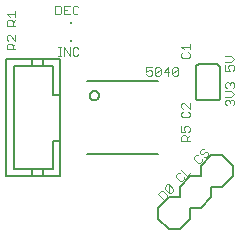
<source format=gto>
G75*
%MOIN*%
%OFA0B0*%
%FSLAX25Y25*%
%IPPOS*%
%LPD*%
%AMOC8*
5,1,8,0,0,1.08239X$1,22.5*
%
%ADD10C,0.00300*%
%ADD11R,0.00984X0.00984*%
%ADD12C,0.00600*%
%ADD13C,0.00800*%
%ADD14C,0.00500*%
D10*
X0052625Y0015532D02*
X0053633Y0016540D01*
X0054306Y0016540D01*
X0055650Y0015196D01*
X0055650Y0014524D01*
X0054642Y0013515D01*
X0052625Y0015532D01*
X0055012Y0017247D02*
X0055012Y0017919D01*
X0055684Y0018591D01*
X0056356Y0018591D01*
X0056356Y0015902D01*
X0057029Y0015902D01*
X0057701Y0016574D01*
X0057701Y0017247D01*
X0056356Y0018591D01*
X0055012Y0017247D02*
X0056356Y0015902D01*
X0060211Y0019757D02*
X0060883Y0019757D01*
X0061556Y0020429D01*
X0061556Y0021101D01*
X0062598Y0021471D02*
X0063942Y0022816D01*
X0062598Y0021471D02*
X0060581Y0023488D01*
X0060211Y0022446D02*
X0059539Y0022446D01*
X0058867Y0021774D01*
X0058867Y0021101D01*
X0060211Y0019757D01*
X0066117Y0025662D02*
X0064772Y0027007D01*
X0064772Y0027679D01*
X0065444Y0028351D01*
X0066117Y0028351D01*
X0066823Y0029058D02*
X0067159Y0028721D01*
X0067831Y0028721D01*
X0068503Y0029394D01*
X0069176Y0029394D01*
X0069512Y0029058D01*
X0069512Y0028385D01*
X0068840Y0027713D01*
X0068167Y0027713D01*
X0067461Y0027007D02*
X0067461Y0026335D01*
X0066789Y0025662D01*
X0066117Y0025662D01*
X0066823Y0029058D02*
X0066823Y0029730D01*
X0067495Y0030402D01*
X0068167Y0030402D01*
X0063350Y0033138D02*
X0060498Y0033138D01*
X0060498Y0034564D01*
X0060973Y0035040D01*
X0061924Y0035040D01*
X0062399Y0034564D01*
X0062399Y0033138D01*
X0062399Y0034089D02*
X0063350Y0035040D01*
X0062875Y0036038D02*
X0063350Y0036514D01*
X0063350Y0037464D01*
X0062875Y0037940D01*
X0061924Y0037940D01*
X0061449Y0037464D01*
X0061449Y0036989D01*
X0061924Y0036038D01*
X0060498Y0036038D01*
X0060498Y0037940D01*
X0060973Y0041012D02*
X0062875Y0041012D01*
X0063350Y0041488D01*
X0063350Y0042438D01*
X0062875Y0042914D01*
X0063350Y0043912D02*
X0061449Y0045814D01*
X0060973Y0045814D01*
X0060498Y0045338D01*
X0060498Y0044388D01*
X0060973Y0043912D01*
X0060973Y0042914D02*
X0060498Y0042438D01*
X0060498Y0041488D01*
X0060973Y0041012D01*
X0063350Y0043912D02*
X0063350Y0045814D01*
X0059013Y0054792D02*
X0058062Y0054792D01*
X0057587Y0055267D01*
X0059488Y0057168D01*
X0059488Y0055267D01*
X0059013Y0054792D01*
X0057587Y0055267D02*
X0057587Y0057168D01*
X0058062Y0057644D01*
X0059013Y0057644D01*
X0059488Y0057168D01*
X0056588Y0056218D02*
X0054686Y0056218D01*
X0056112Y0057644D01*
X0056112Y0054792D01*
X0053688Y0055267D02*
X0053688Y0057168D01*
X0051786Y0055267D01*
X0052262Y0054792D01*
X0053212Y0054792D01*
X0053688Y0055267D01*
X0053688Y0057168D02*
X0053212Y0057644D01*
X0052262Y0057644D01*
X0051786Y0057168D01*
X0051786Y0055267D01*
X0050788Y0055267D02*
X0050788Y0056218D01*
X0050312Y0056693D01*
X0049837Y0056693D01*
X0048886Y0056218D01*
X0048886Y0057644D01*
X0050788Y0057644D01*
X0050788Y0055267D02*
X0050312Y0054792D01*
X0049362Y0054792D01*
X0048886Y0055267D01*
X0060498Y0061173D02*
X0060973Y0060697D01*
X0062875Y0060697D01*
X0063350Y0061173D01*
X0063350Y0062123D01*
X0062875Y0062599D01*
X0063350Y0063597D02*
X0063350Y0065499D01*
X0063350Y0064548D02*
X0060498Y0064548D01*
X0061449Y0063597D01*
X0060973Y0062599D02*
X0060498Y0062123D01*
X0060498Y0061173D01*
X0075262Y0061351D02*
X0077163Y0061351D01*
X0078114Y0060400D01*
X0077163Y0059450D01*
X0075262Y0059450D01*
X0075262Y0058451D02*
X0075262Y0056550D01*
X0076688Y0056550D01*
X0076212Y0057500D01*
X0076212Y0057976D01*
X0076688Y0058451D01*
X0077638Y0058451D01*
X0078114Y0057976D01*
X0078114Y0057025D01*
X0077638Y0056550D01*
X0077638Y0052651D02*
X0077163Y0052651D01*
X0076688Y0052175D01*
X0076688Y0051700D01*
X0076688Y0052175D02*
X0076212Y0052651D01*
X0075737Y0052651D01*
X0075262Y0052175D01*
X0075262Y0051225D01*
X0075737Y0050749D01*
X0075262Y0049751D02*
X0077163Y0049751D01*
X0078114Y0048800D01*
X0077163Y0047849D01*
X0075262Y0047849D01*
X0075737Y0046851D02*
X0076212Y0046851D01*
X0076688Y0046375D01*
X0077163Y0046851D01*
X0077638Y0046851D01*
X0078114Y0046375D01*
X0078114Y0045425D01*
X0077638Y0044949D01*
X0076688Y0045900D02*
X0076688Y0046375D01*
X0075737Y0046851D02*
X0075262Y0046375D01*
X0075262Y0045425D01*
X0075737Y0044949D01*
X0077638Y0050749D02*
X0078114Y0051225D01*
X0078114Y0052175D01*
X0077638Y0052651D01*
X0026234Y0061960D02*
X0025759Y0061485D01*
X0024808Y0061485D01*
X0024333Y0061960D01*
X0024333Y0063861D01*
X0024808Y0064337D01*
X0025759Y0064337D01*
X0026234Y0063861D01*
X0023334Y0064337D02*
X0023334Y0061485D01*
X0021432Y0064337D01*
X0021432Y0061485D01*
X0020450Y0061485D02*
X0019499Y0061485D01*
X0019974Y0061485D02*
X0019974Y0064337D01*
X0019499Y0064337D02*
X0020450Y0064337D01*
X0019958Y0075264D02*
X0018532Y0075264D01*
X0018532Y0078116D01*
X0019958Y0078116D01*
X0020434Y0077641D01*
X0020434Y0075740D01*
X0019958Y0075264D01*
X0021432Y0075264D02*
X0023334Y0075264D01*
X0024333Y0075740D02*
X0024808Y0075264D01*
X0025759Y0075264D01*
X0026234Y0075740D01*
X0026234Y0077641D02*
X0025759Y0078116D01*
X0024808Y0078116D01*
X0024333Y0077641D01*
X0024333Y0075740D01*
X0022383Y0076690D02*
X0021432Y0076690D01*
X0021432Y0078116D02*
X0021432Y0075264D01*
X0021432Y0078116D02*
X0023334Y0078116D01*
X0005279Y0076325D02*
X0005279Y0074424D01*
X0005279Y0075375D02*
X0002427Y0075375D01*
X0003378Y0074424D01*
X0002902Y0073425D02*
X0003853Y0073425D01*
X0004328Y0072950D01*
X0004328Y0071524D01*
X0004328Y0072475D02*
X0005279Y0073425D01*
X0005279Y0071524D02*
X0002427Y0071524D01*
X0002427Y0072950D01*
X0002902Y0073425D01*
X0002902Y0068451D02*
X0002427Y0067976D01*
X0002427Y0067025D01*
X0002902Y0066550D01*
X0002902Y0065551D02*
X0002427Y0065076D01*
X0002427Y0063650D01*
X0005279Y0063650D01*
X0004328Y0063650D02*
X0004328Y0065076D01*
X0003853Y0065551D01*
X0002902Y0065551D01*
X0004328Y0064601D02*
X0005279Y0065551D01*
X0005279Y0066550D02*
X0003378Y0068451D01*
X0002902Y0068451D01*
X0005279Y0068451D02*
X0005279Y0066550D01*
D11*
X0023638Y0066453D03*
X0023638Y0072358D03*
D12*
X0065406Y0057673D02*
X0065406Y0047673D01*
X0065408Y0047613D01*
X0065413Y0047552D01*
X0065422Y0047493D01*
X0065435Y0047434D01*
X0065451Y0047375D01*
X0065471Y0047318D01*
X0065494Y0047263D01*
X0065521Y0047208D01*
X0065550Y0047156D01*
X0065583Y0047105D01*
X0065619Y0047056D01*
X0065657Y0047010D01*
X0065699Y0046966D01*
X0065743Y0046924D01*
X0065789Y0046886D01*
X0065838Y0046850D01*
X0065889Y0046817D01*
X0065941Y0046788D01*
X0065996Y0046761D01*
X0066051Y0046738D01*
X0066108Y0046718D01*
X0066167Y0046702D01*
X0066226Y0046689D01*
X0066285Y0046680D01*
X0066346Y0046675D01*
X0066406Y0046673D01*
X0072406Y0046673D01*
X0072466Y0046675D01*
X0072527Y0046680D01*
X0072586Y0046689D01*
X0072645Y0046702D01*
X0072704Y0046718D01*
X0072761Y0046738D01*
X0072816Y0046761D01*
X0072871Y0046788D01*
X0072923Y0046817D01*
X0072974Y0046850D01*
X0073023Y0046886D01*
X0073069Y0046924D01*
X0073113Y0046966D01*
X0073155Y0047010D01*
X0073193Y0047056D01*
X0073229Y0047105D01*
X0073262Y0047156D01*
X0073291Y0047208D01*
X0073318Y0047263D01*
X0073341Y0047318D01*
X0073361Y0047375D01*
X0073377Y0047434D01*
X0073390Y0047493D01*
X0073399Y0047552D01*
X0073404Y0047613D01*
X0073406Y0047673D01*
X0073406Y0057673D01*
X0073404Y0057733D01*
X0073399Y0057794D01*
X0073390Y0057853D01*
X0073377Y0057912D01*
X0073361Y0057971D01*
X0073341Y0058028D01*
X0073318Y0058083D01*
X0073291Y0058138D01*
X0073262Y0058190D01*
X0073229Y0058241D01*
X0073193Y0058290D01*
X0073155Y0058336D01*
X0073113Y0058380D01*
X0073069Y0058422D01*
X0073023Y0058460D01*
X0072974Y0058496D01*
X0072923Y0058529D01*
X0072871Y0058558D01*
X0072816Y0058585D01*
X0072761Y0058608D01*
X0072704Y0058628D01*
X0072645Y0058644D01*
X0072586Y0058657D01*
X0072527Y0058666D01*
X0072466Y0058671D01*
X0072406Y0058673D01*
X0066406Y0058673D01*
X0066346Y0058671D01*
X0066285Y0058666D01*
X0066226Y0058657D01*
X0066167Y0058644D01*
X0066108Y0058628D01*
X0066051Y0058608D01*
X0065996Y0058585D01*
X0065941Y0058558D01*
X0065889Y0058529D01*
X0065838Y0058496D01*
X0065789Y0058460D01*
X0065743Y0058422D01*
X0065699Y0058380D01*
X0065657Y0058336D01*
X0065619Y0058290D01*
X0065583Y0058241D01*
X0065550Y0058190D01*
X0065521Y0058138D01*
X0065494Y0058083D01*
X0065471Y0058028D01*
X0065451Y0057971D01*
X0065435Y0057912D01*
X0065422Y0057853D01*
X0065413Y0057794D01*
X0065408Y0057733D01*
X0065406Y0057673D01*
D13*
X0052732Y0052941D02*
X0028992Y0052941D01*
X0030016Y0048283D02*
X0030018Y0048361D01*
X0030024Y0048438D01*
X0030034Y0048515D01*
X0030047Y0048592D01*
X0030065Y0048668D01*
X0030086Y0048743D01*
X0030112Y0048816D01*
X0030140Y0048888D01*
X0030173Y0048959D01*
X0030209Y0049028D01*
X0030248Y0049095D01*
X0030291Y0049160D01*
X0030337Y0049223D01*
X0030386Y0049283D01*
X0030438Y0049341D01*
X0030493Y0049396D01*
X0030551Y0049448D01*
X0030611Y0049497D01*
X0030674Y0049543D01*
X0030739Y0049586D01*
X0030806Y0049625D01*
X0030875Y0049661D01*
X0030946Y0049694D01*
X0031018Y0049722D01*
X0031091Y0049748D01*
X0031166Y0049769D01*
X0031242Y0049787D01*
X0031319Y0049800D01*
X0031396Y0049810D01*
X0031473Y0049816D01*
X0031551Y0049818D01*
X0031629Y0049816D01*
X0031706Y0049810D01*
X0031783Y0049800D01*
X0031860Y0049787D01*
X0031936Y0049769D01*
X0032011Y0049748D01*
X0032084Y0049722D01*
X0032156Y0049694D01*
X0032227Y0049661D01*
X0032296Y0049625D01*
X0032363Y0049586D01*
X0032428Y0049543D01*
X0032491Y0049497D01*
X0032551Y0049448D01*
X0032609Y0049396D01*
X0032664Y0049341D01*
X0032716Y0049283D01*
X0032765Y0049223D01*
X0032811Y0049160D01*
X0032854Y0049095D01*
X0032893Y0049028D01*
X0032929Y0048959D01*
X0032962Y0048888D01*
X0032990Y0048816D01*
X0033016Y0048743D01*
X0033037Y0048668D01*
X0033055Y0048592D01*
X0033068Y0048515D01*
X0033078Y0048438D01*
X0033084Y0048361D01*
X0033086Y0048283D01*
X0033084Y0048205D01*
X0033078Y0048128D01*
X0033068Y0048051D01*
X0033055Y0047974D01*
X0033037Y0047898D01*
X0033016Y0047823D01*
X0032990Y0047750D01*
X0032962Y0047678D01*
X0032929Y0047607D01*
X0032893Y0047538D01*
X0032854Y0047471D01*
X0032811Y0047406D01*
X0032765Y0047343D01*
X0032716Y0047283D01*
X0032664Y0047225D01*
X0032609Y0047170D01*
X0032551Y0047118D01*
X0032491Y0047069D01*
X0032428Y0047023D01*
X0032363Y0046980D01*
X0032296Y0046941D01*
X0032227Y0046905D01*
X0032156Y0046872D01*
X0032084Y0046844D01*
X0032011Y0046818D01*
X0031936Y0046797D01*
X0031860Y0046779D01*
X0031783Y0046766D01*
X0031706Y0046756D01*
X0031629Y0046750D01*
X0031551Y0046748D01*
X0031473Y0046750D01*
X0031396Y0046756D01*
X0031319Y0046766D01*
X0031242Y0046779D01*
X0031166Y0046797D01*
X0031091Y0046818D01*
X0031018Y0046844D01*
X0030946Y0046872D01*
X0030875Y0046905D01*
X0030806Y0046941D01*
X0030739Y0046980D01*
X0030674Y0047023D01*
X0030611Y0047069D01*
X0030551Y0047118D01*
X0030493Y0047170D01*
X0030438Y0047225D01*
X0030386Y0047283D01*
X0030337Y0047343D01*
X0030291Y0047406D01*
X0030248Y0047471D01*
X0030209Y0047538D01*
X0030173Y0047607D01*
X0030140Y0047678D01*
X0030112Y0047750D01*
X0030086Y0047823D01*
X0030065Y0047898D01*
X0030047Y0047974D01*
X0030034Y0048051D01*
X0030024Y0048128D01*
X0030018Y0048205D01*
X0030016Y0048283D01*
X0028992Y0028783D02*
X0052732Y0028783D01*
X0063519Y0021378D02*
X0059984Y0017842D01*
X0059984Y0014307D01*
X0056448Y0014307D01*
X0052913Y0010771D01*
X0052913Y0007236D01*
X0056448Y0003700D01*
X0059984Y0003700D01*
X0063519Y0007236D01*
X0063519Y0010771D01*
X0067055Y0010771D01*
X0070590Y0014307D01*
X0070590Y0017842D01*
X0074126Y0017842D01*
X0077662Y0021378D01*
X0077662Y0024913D01*
X0074126Y0028449D01*
X0070590Y0028449D01*
X0067055Y0024913D01*
X0067055Y0021378D01*
X0063519Y0021378D01*
D14*
X0010941Y0021374D02*
X0002280Y0021374D01*
X0002280Y0060350D01*
X0010941Y0060350D01*
X0010941Y0057988D01*
X0014484Y0057988D01*
X0014484Y0060350D01*
X0019996Y0060350D01*
X0019996Y0048539D01*
X0017634Y0048539D01*
X0017634Y0057988D01*
X0014484Y0057988D01*
X0014484Y0060350D02*
X0010941Y0060350D01*
X0010941Y0057988D02*
X0004642Y0057988D01*
X0004642Y0023736D01*
X0010941Y0023736D01*
X0010941Y0021374D01*
X0014484Y0021374D01*
X0014484Y0023736D01*
X0017634Y0023736D01*
X0017634Y0033185D01*
X0019996Y0033185D01*
X0019996Y0048539D01*
X0019996Y0033185D02*
X0019996Y0021374D01*
X0014484Y0021374D01*
X0014484Y0023736D02*
X0010941Y0023736D01*
M02*

</source>
